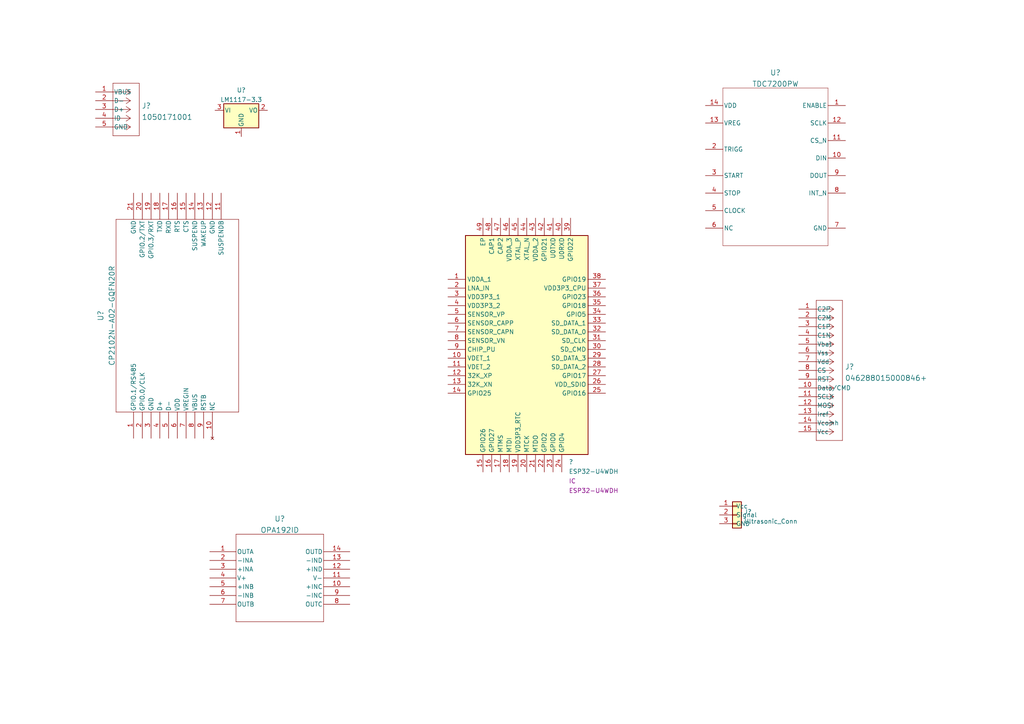
<source format=kicad_sch>
(kicad_sch (version 20211123) (generator eeschema)
  (paper "A4")
  (lib_symbols
    (symbol "15-pin_ZIF_connector:046288015000846+" (pin_names (offset 0.254))
      (property "Reference" "J?" (at 13.3985 -16.7153 0))
      (property "Value" "046288015000846+" (at 13.3985 -19.9943 0))
      (symbol "046288015000846+_1_1"
        (polyline (pts (xy 5.08 -38.1) (xy 12.7 -38.1)) (stroke (width 0.127)))
        (polyline (pts (xy 5.08 2.54) (xy 5.08 -38.1)) (stroke (width 0.127)))
        (polyline (pts (xy 10.16 -35.56) (xy 5.08 -35.56)) (stroke (width 0.127)))
        (polyline (pts (xy 10.16 -35.56) (xy 8.89 -36.4067)) (stroke (width 0.127)))
        (polyline (pts (xy 10.16 -35.56) (xy 8.89 -34.7133)) (stroke (width 0.127)))
        (polyline (pts (xy 10.16 -33.02) (xy 5.08 -33.02)) (stroke (width 0.127)))
        (polyline (pts (xy 10.16 -33.02) (xy 8.89 -33.8667)) (stroke (width 0.127)))
        (polyline (pts (xy 10.16 -33.02) (xy 8.89 -32.1733)) (stroke (width 0.127)))
        (polyline (pts (xy 10.16 -30.48) (xy 5.08 -30.48)) (stroke (width 0.127)))
        (polyline (pts (xy 10.16 -30.48) (xy 8.89 -31.3267)) (stroke (width 0.127)))
        (polyline (pts (xy 10.16 -30.48) (xy 8.89 -29.6333)) (stroke (width 0.127)))
        (polyline (pts (xy 10.16 -27.94) (xy 5.08 -27.94)) (stroke (width 0.127)))
        (polyline (pts (xy 10.16 -27.94) (xy 8.89 -28.7867)) (stroke (width 0.127)))
        (polyline (pts (xy 10.16 -27.94) (xy 8.89 -27.0933)) (stroke (width 0.127)))
        (polyline (pts (xy 10.16 -25.4) (xy 5.08 -25.4)) (stroke (width 0.127)))
        (polyline (pts (xy 10.16 -25.4) (xy 8.89 -26.2467)) (stroke (width 0.127)))
        (polyline (pts (xy 10.16 -25.4) (xy 8.89 -24.5533)) (stroke (width 0.127)))
        (polyline (pts (xy 10.16 -22.86) (xy 5.08 -22.86)) (stroke (width 0.127)))
        (polyline (pts (xy 10.16 -22.86) (xy 8.89 -23.7067)) (stroke (width 0.127)))
        (polyline (pts (xy 10.16 -22.86) (xy 8.89 -22.0133)) (stroke (width 0.127)))
        (polyline (pts (xy 10.16 -20.32) (xy 5.08 -20.32)) (stroke (width 0.127)))
        (polyline (pts (xy 10.16 -20.32) (xy 8.89 -21.1667)) (stroke (width 0.127)))
        (polyline (pts (xy 10.16 -20.32) (xy 8.89 -19.4733)) (stroke (width 0.127)))
        (polyline (pts (xy 10.16 -17.78) (xy 5.08 -17.78)) (stroke (width 0.127)))
        (polyline (pts (xy 10.16 -17.78) (xy 8.89 -18.6267)) (stroke (width 0.127)))
        (polyline (pts (xy 10.16 -17.78) (xy 8.89 -16.9333)) (stroke (width 0.127)))
        (polyline (pts (xy 10.16 -15.24) (xy 5.08 -15.24)) (stroke (width 0.127)))
        (polyline (pts (xy 10.16 -15.24) (xy 8.89 -16.0867)) (stroke (width 0.127)))
        (polyline (pts (xy 10.16 -15.24) (xy 8.89 -14.3933)) (stroke (width 0.127)))
        (polyline (pts (xy 10.16 -12.7) (xy 5.08 -12.7)) (stroke (width 0.127)))
        (polyline (pts (xy 10.16 -12.7) (xy 8.89 -13.5467)) (stroke (width 0.127)))
        (polyline (pts (xy 10.16 -12.7) (xy 8.89 -11.8533)) (stroke (width 0.127)))
        (polyline (pts (xy 10.16 -10.16) (xy 5.08 -10.16)) (stroke (width 0.127)))
        (polyline (pts (xy 10.16 -10.16) (xy 8.89 -11.0067)) (stroke (width 0.127)))
        (polyline (pts (xy 10.16 -10.16) (xy 8.89 -9.3133)) (stroke (width 0.127)))
        (polyline (pts (xy 10.16 -7.62) (xy 5.08 -7.62)) (stroke (width 0.127)))
        (polyline (pts (xy 10.16 -7.62) (xy 8.89 -8.4667)) (stroke (width 0.127)))
        (polyline (pts (xy 10.16 -7.62) (xy 8.89 -6.7733)) (stroke (width 0.127)))
        (polyline (pts (xy 10.16 -5.08) (xy 5.08 -5.08)) (stroke (width 0.127)))
        (polyline (pts (xy 10.16 -5.08) (xy 8.89 -5.9267)) (stroke (width 0.127)))
        (polyline (pts (xy 10.16 -5.08) (xy 8.89 -4.2333)) (stroke (width 0.127)))
        (polyline (pts (xy 10.16 -2.54) (xy 5.08 -2.54)) (stroke (width 0.127)))
        (polyline (pts (xy 10.16 -2.54) (xy 8.89 -3.3867)) (stroke (width 0.127)))
        (polyline (pts (xy 10.16 -2.54) (xy 8.89 -1.6933)) (stroke (width 0.127)))
        (polyline (pts (xy 10.16 0) (xy 5.08 0)) (stroke (width 0.127)))
        (polyline (pts (xy 10.16 0) (xy 8.89 -0.8467)) (stroke (width 0.127)))
        (polyline (pts (xy 10.16 0) (xy 8.89 0.8467)) (stroke (width 0.127)))
        (polyline (pts (xy 12.7 -38.1) (xy 12.7 2.54)) (stroke (width 0.127)))
        (polyline (pts (xy 12.7 2.54) (xy 5.08 2.54)) (stroke (width 0.127)))
        (pin unspecified line (at 0 0 0) (length 5.08) (name "C2P") (number "1"))
        (pin unspecified line (at 0 -22.86 0) (length 5.08) (name "Data/CMD") (number "10"))
        (pin unspecified line (at 0 -25.4 0) (length 5.08) (name "SCLK") (number "11"))
        (pin unspecified line (at 0 -27.94 0) (length 5.08) (name "MOSI") (number "12"))
        (pin unspecified line (at 0 -30.48 0) (length 5.08) (name "Iref") (number "13"))
        (pin unspecified line (at 0 -33.02 0) (length 5.08) (name "Vcomh") (number "14"))
        (pin unspecified line (at 0 -35.56 0) (length 5.08) (name "Vcc") (number "15"))
        (pin unspecified line (at 0 -2.54 0) (length 5.08) (name "C2M") (number "2"))
        (pin unspecified line (at 0 -5.08 0) (length 5.08) (name "C1P") (number "3"))
        (pin unspecified line (at 0 -7.62 0) (length 5.08) (name "C1N") (number "4"))
        (pin unspecified line (at 0 -10.16 0) (length 5.08) (name "Vbat") (number "5"))
        (pin unspecified line (at 0 -12.7 0) (length 5.08) (name "Vss") (number "6"))
        (pin unspecified line (at 0 -15.24 0) (length 5.08) (name "Vdd") (number "7"))
        (pin unspecified line (at 0 -17.78 0) (length 5.08) (name "CS") (number "8"))
        (pin unspecified line (at 0 -20.32 0) (length 5.08) (name "RST") (number "9"))
      )
      (symbol "046288015000846+_1_2"
        (polyline (pts (xy 5.08 -38.1) (xy 12.7 -38.1)) (stroke (width 0.127)))
        (polyline (pts (xy 5.08 2.54) (xy 5.08 -38.1)) (stroke (width 0.127)))
        (polyline (pts (xy 7.62 -35.56) (xy 5.08 -35.56)) (stroke (width 0.127)))
        (polyline (pts (xy 7.62 -35.56) (xy 8.89 -36.4067)) (stroke (width 0.127)))
        (polyline (pts (xy 7.62 -35.56) (xy 8.89 -34.7133)) (stroke (width 0.127)))
        (polyline (pts (xy 7.62 -33.02) (xy 5.08 -33.02)) (stroke (width 0.127)))
        (polyline (pts (xy 7.62 -33.02) (xy 8.89 -33.8667)) (stroke (width 0.127)))
        (polyline (pts (xy 7.62 -33.02) (xy 8.89 -32.1733)) (stroke (width 0.127)))
        (polyline (pts (xy 7.62 -30.48) (xy 5.08 -30.48)) (stroke (width 0.127)))
        (polyline (pts (xy 7.62 -30.48) (xy 8.89 -31.3267)) (stroke (width 0.127)))
        (polyline (pts (xy 7.62 -30.48) (xy 8.89 -29.6333)) (stroke (width 0.127)))
        (polyline (pts (xy 7.62 -27.94) (xy 5.08 -27.94)) (stroke (width 0.127)))
        (polyline (pts (xy 7.62 -27.94) (xy 8.89 -28.7867)) (stroke (width 0.127)))
        (polyline (pts (xy 7.62 -27.94) (xy 8.89 -27.0933)) (stroke (width 0.127)))
        (polyline (pts (xy 7.62 -25.4) (xy 5.08 -25.4)) (stroke (width 0.127)))
        (polyline (pts (xy 7.62 -25.4) (xy 8.89 -26.2467)) (stroke (width 0.127)))
        (polyline (pts (xy 7.62 -25.4) (xy 8.89 -24.5533)) (stroke (width 0.127)))
        (polyline (pts (xy 7.62 -22.86) (xy 5.08 -22.86)) (stroke (width 0.127)))
        (polyline (pts (xy 7.62 -22.86) (xy 8.89 -23.7067)) (stroke (width 0.127)))
        (polyline (pts (xy 7.62 -22.86) (xy 8.89 -22.0133)) (stroke (width 0.127)))
        (polyline (pts (xy 7.62 -20.32) (xy 5.08 -20.32)) (stroke (width 0.127)))
        (polyline (pts (xy 7.62 -20.32) (xy 8.89 -21.1667)) (stroke (width 0.127)))
        (polyline (pts (xy 7.62 -20.32) (xy 8.89 -19.4733)) (stroke (width 0.127)))
        (polyline (pts (xy 7.62 -17.78) (xy 5.08 -17.78)) (stroke (width 0.127)))
        (polyline (pts (xy 7.62 -17.78) (xy 8.89 -18.6267)) (stroke (width 0.127)))
        (polyline (pts (xy 7.62 -17.78) (xy 8.89 -16.9333)) (stroke (width 0.127)))
        (polyline (pts (xy 7.62 -15.24) (xy 5.08 -15.24)) (stroke (width 0.127)))
        (polyline (pts (xy 7.62 -15.24) (xy 8.89 -16.0867)) (stroke (width 0.127)))
        (polyline (pts (xy 7.62 -15.24) (xy 8.89 -14.3933)) (stroke (width 0.127)))
        (polyline (pts (xy 7.62 -12.7) (xy 5.08 -12.7)) (stroke (width 0.127)))
        (polyline (pts (xy 7.62 -12.7) (xy 8.89 -13.5467)) (stroke (width 0.127)))
        (polyline (pts (xy 7.62 -12.7) (xy 8.89 -11.8533)) (stroke (width 0.127)))
        (polyline (pts (xy 7.62 -10.16) (xy 5.08 -10.16)) (stroke (width 0.127)))
        (polyline (pts (xy 7.62 -10.16) (xy 8.89 -11.0067)) (stroke (width 0.127)))
        (polyline (pts (xy 7.62 -10.16) (xy 8.89 -9.3133)) (stroke (width 0.127)))
        (polyline (pts (xy 7.62 -7.62) (xy 5.08 -7.62)) (stroke (width 0.127)))
        (polyline (pts (xy 7.62 -7.62) (xy 8.89 -8.4667)) (stroke (width 0.127)))
        (polyline (pts (xy 7.62 -7.62) (xy 8.89 -6.7733)) (stroke (width 0.127)))
        (polyline (pts (xy 7.62 -5.08) (xy 5.08 -5.08)) (stroke (width 0.127)))
        (polyline (pts (xy 7.62 -5.08) (xy 8.89 -5.9267)) (stroke (width 0.127)))
        (polyline (pts (xy 7.62 -5.08) (xy 8.89 -4.2333)) (stroke (width 0.127)))
        (polyline (pts (xy 7.62 -2.54) (xy 5.08 -2.54)) (stroke (width 0.127)))
        (polyline (pts (xy 7.62 -2.54) (xy 8.89 -3.3867)) (stroke (width 0.127)))
        (polyline (pts (xy 7.62 -2.54) (xy 8.89 -1.6933)) (stroke (width 0.127)))
        (polyline (pts (xy 7.62 0) (xy 5.08 0)) (stroke (width 0.127)))
        (polyline (pts (xy 7.62 0) (xy 8.89 -0.8467)) (stroke (width 0.127)))
        (polyline (pts (xy 7.62 0) (xy 8.89 0.8467)) (stroke (width 0.127)))
        (polyline (pts (xy 12.7 -38.1) (xy 12.7 2.54)) (stroke (width 0.127)))
        (polyline (pts (xy 12.7 2.54) (xy 5.08 2.54)) (stroke (width 0.127)))
        (pin unspecified line (at 0 0 0) (length 5.08) (name "1") (number "1"))
        (pin unspecified line (at 0 -22.86 0) (length 5.08) (name "10") (number "10"))
        (pin unspecified line (at 0 -25.4 0) (length 5.08) (name "11") (number "11"))
        (pin unspecified line (at 0 -27.94 0) (length 5.08) (name "12") (number "12"))
        (pin unspecified line (at 0 -30.48 0) (length 5.08) (name "13") (number "13"))
        (pin unspecified line (at 0 -33.02 0) (length 5.08) (name "14") (number "14"))
        (pin unspecified line (at 0 -35.56 0) (length 5.08) (name "15") (number "15"))
        (pin unspecified line (at 0 -2.54 0) (length 5.08) (name "2") (number "2"))
        (pin unspecified line (at 0 -5.08 0) (length 5.08) (name "3") (number "3"))
        (pin unspecified line (at 0 -7.62 0) (length 5.08) (name "4") (number "4"))
        (pin unspecified line (at 0 -10.16 0) (length 5.08) (name "5") (number "5"))
        (pin unspecified line (at 0 -12.7 0) (length 5.08) (name "6") (number "6"))
        (pin unspecified line (at 0 -15.24 0) (length 5.08) (name "7") (number "7"))
        (pin unspecified line (at 0 -17.78 0) (length 5.08) (name "8") (number "8"))
        (pin unspecified line (at 0 -20.32 0) (length 5.08) (name "9") (number "9"))
      )
    )
    (symbol "CP2102-GMR:CP2102N-A02-GQFN20R" (pin_names (offset 0.254))
      (property "Reference" "U" (at 35.56 10.16 0))
      (property "Value" "CP2102N-A02-GQFN20R" (at 35.56 7.62 0))
      (symbol "CP2102N-A02-GQFN20R_0_1"
        (polyline (pts (xy 7.62 -30.48) (xy 63.5 -30.48)) (stroke (width 0.127)))
        (polyline (pts (xy 7.62 5.08) (xy 7.62 -30.48)) (stroke (width 0.127)))
        (polyline (pts (xy 63.5 -30.48) (xy 63.5 5.08)) (stroke (width 0.127)))
        (polyline (pts (xy 63.5 5.08) (xy 7.62 5.08)) (stroke (width 0.127)))
        (pin bidirectional line (at 0 0 0) (length 7.62) (name "GPIO.1/RS485") (number "1"))
        (pin no_connect line (at 0 -22.86 0) (length 7.62) (name "NC") (number "10"))
        (pin output line (at 71.12 -25.4 180) (length 7.62) (name "SUSPENDB") (number "11"))
        (pin power_out line (at 71.12 -22.86 180) (length 7.62) (name "GND") (number "12"))
        (pin input line (at 71.12 -20.32 180) (length 7.62) (name "WAKEUP") (number "13"))
        (pin output line (at 71.12 -17.78 180) (length 7.62) (name "SUSPEND") (number "14"))
        (pin input line (at 71.12 -15.24 180) (length 7.62) (name "CTS") (number "15"))
        (pin output line (at 71.12 -12.7 180) (length 7.62) (name "RTS") (number "16"))
        (pin input line (at 71.12 -10.16 180) (length 7.62) (name "RXD") (number "17"))
        (pin output line (at 71.12 -7.62 180) (length 7.62) (name "TXD") (number "18"))
        (pin bidirectional line (at 71.12 -5.08 180) (length 7.62) (name "GPIO.3/RXT") (number "19"))
        (pin bidirectional line (at 0 -2.54 0) (length 7.62) (name "GPIO.0/CLK") (number "2"))
        (pin bidirectional line (at 71.12 -2.54 180) (length 7.62) (name "GPIO.2/TXT") (number "20"))
        (pin power_out line (at 71.12 0 180) (length 7.62) (name "GND") (number "21"))
        (pin power_out line (at 0 -5.08 0) (length 7.62) (name "GND") (number "3"))
        (pin bidirectional line (at 0 -7.62 0) (length 7.62) (name "D+") (number "4"))
        (pin bidirectional line (at 0 -10.16 0) (length 7.62) (name "D-") (number "5"))
        (pin power_in line (at 0 -12.7 0) (length 7.62) (name "VDD") (number "6"))
        (pin power_in line (at 0 -15.24 0) (length 7.62) (name "VREGIN") (number "7"))
        (pin input line (at 0 -17.78 0) (length 7.62) (name "VBUS") (number "8"))
        (pin input line (at 0 -20.32 0) (length 7.62) (name "RSTB") (number "9"))
      )
    )
    (symbol "Connector_Generic:Conn_01x03" (pin_names (offset 1.016))
      (property "Reference" "J?" (at 2.032 0.9085 0))
      (property "Value" "Ultrasonic_Conn" (at 2.032 -1.8666 0))
      (symbol "Conn_01x03_1_1"
        (rectangle (start -1.27 -2.413) (end 0 -2.667) (stroke (width 0.1524)))
        (rectangle (start -1.27 0.127) (end 0 -0.127) (stroke (width 0.1524)))
        (rectangle (start -1.27 2.667) (end 0 2.413) (stroke (width 0.1524)))
        (rectangle (start -1.27 3.81) (end 1.27 -3.81) (stroke (width 0.254)) (fill (type background)))
        (pin passive line (at -5.08 2.54 0) (length 3.81) (name "Vcc") (number "1"))
        (pin passive line (at -5.08 0 0) (length 3.81) (name "Signal") (number "2"))
        (pin passive line (at -5.08 -2.54 0) (length 3.81) (name "GND") (number "3"))
      )
    )
    (symbol "ESP32-U4WDH:ESP32-U4WDH"
      (property "Value" "ESP32-U4WDH" (at 0 0 0))
      (property "Reference_1" "IC" (at 41.91 17.78 0))
      (property "Value_1" "ESP32-U4WDH" (at 41.91 15.24 0))
      (symbol "ESP32-U4WDH_1_1"
        (rectangle (start 5.08 12.7) (end 40.64 -50.8) (stroke (width 0.254)) (fill (type background)))
        (pin passive line (at 0 0 0) (length 5.08) (name "VDDA_1") (number "1"))
        (pin passive line (at 0 -22.86 0) (length 5.08) (name "VDET_1") (number "10"))
        (pin passive line (at 0 -25.4 0) (length 5.08) (name "VDET_2") (number "11"))
        (pin passive line (at 0 -27.94 0) (length 5.08) (name "32K_XP") (number "12"))
        (pin passive line (at 0 -30.48 0) (length 5.08) (name "32K_XN") (number "13"))
        (pin passive line (at 0 -33.02 0) (length 5.08) (name "GPIO25") (number "14"))
        (pin passive line (at 10.16 -55.88 90) (length 5.08) (name "GPIO26") (number "15"))
        (pin passive line (at 12.7 -55.88 90) (length 5.08) (name "GPIO27") (number "16"))
        (pin passive line (at 15.24 -55.88 90) (length 5.08) (name "MTMS") (number "17"))
        (pin passive line (at 17.78 -55.88 90) (length 5.08) (name "MTDI") (number "18"))
        (pin passive line (at 20.32 -55.88 90) (length 5.08) (name "VDD3P3_RTC") (number "19"))
        (pin passive line (at 0 -2.54 0) (length 5.08) (name "LNA_IN") (number "2"))
        (pin passive line (at 22.86 -55.88 90) (length 5.08) (name "MTCK") (number "20"))
        (pin passive line (at 25.4 -55.88 90) (length 5.08) (name "MTDO") (number "21"))
        (pin passive line (at 27.94 -55.88 90) (length 5.08) (name "GPIO2") (number "22"))
        (pin passive line (at 30.48 -55.88 90) (length 5.08) (name "GPIO0") (number "23"))
        (pin passive line (at 33.02 -55.88 90) (length 5.08) (name "GPIO4") (number "24"))
        (pin passive line (at 45.72 -33.02 180) (length 5.08) (name "GPIO16") (number "25"))
        (pin passive line (at 45.72 -30.48 180) (length 5.08) (name "VDD_SDIO") (number "26"))
        (pin passive line (at 45.72 -27.94 180) (length 5.08) (name "GPIO17") (number "27"))
        (pin passive line (at 45.72 -25.4 180) (length 5.08) (name "SD_DATA_2") (number "28"))
        (pin passive line (at 45.72 -22.86 180) (length 5.08) (name "SD_DATA_3") (number "29"))
        (pin passive line (at 0 -5.08 0) (length 5.08) (name "VDD3P3_1") (number "3"))
        (pin passive line (at 45.72 -20.32 180) (length 5.08) (name "SD_CMD") (number "30"))
        (pin passive line (at 45.72 -17.78 180) (length 5.08) (name "SD_CLK") (number "31"))
        (pin passive line (at 45.72 -15.24 180) (length 5.08) (name "SD_DATA_0") (number "32"))
        (pin passive line (at 45.72 -12.7 180) (length 5.08) (name "SD_DATA_1") (number "33"))
        (pin passive line (at 45.72 -10.16 180) (length 5.08) (name "GPIO5") (number "34"))
        (pin passive line (at 45.72 -7.62 180) (length 5.08) (name "GPIO18") (number "35"))
        (pin passive line (at 45.72 -5.08 180) (length 5.08) (name "GPIO23") (number "36"))
        (pin passive line (at 45.72 -2.54 180) (length 5.08) (name "VDD3P3_CPU") (number "37"))
        (pin passive line (at 45.72 0 180) (length 5.08) (name "GPIO19") (number "38"))
        (pin passive line (at 35.56 17.78 270) (length 5.08) (name "GPIO22") (number "39"))
        (pin passive line (at 0 -7.62 0) (length 5.08) (name "VDD3P3_2") (number "4"))
        (pin passive line (at 33.02 17.78 270) (length 5.08) (name "U0RXD") (number "40"))
        (pin passive line (at 30.48 17.78 270) (length 5.08) (name "U0TXD") (number "41"))
        (pin passive line (at 27.94 17.78 270) (length 5.08) (name "GPIO21") (number "42"))
        (pin passive line (at 25.4 17.78 270) (length 5.08) (name "VDDA_2") (number "43"))
        (pin passive line (at 22.86 17.78 270) (length 5.08) (name "XTAL_N") (number "44"))
        (pin passive line (at 20.32 17.78 270) (length 5.08) (name "XTAL_P") (number "45"))
        (pin passive line (at 17.78 17.78 270) (length 5.08) (name "VDDA_3") (number "46"))
        (pin passive line (at 15.24 17.78 270) (length 5.08) (name "CAP2") (number "47"))
        (pin passive line (at 12.7 17.78 270) (length 5.08) (name "CAP1") (number "48"))
        (pin passive line (at 10.16 17.78 270) (length 5.08) (name "EP") (number "49"))
        (pin passive line (at 0 -10.16 0) (length 5.08) (name "SENSOR_VP") (number "5"))
        (pin passive line (at 0 -12.7 0) (length 5.08) (name "SENSOR_CAPP") (number "6"))
        (pin passive line (at 0 -15.24 0) (length 5.08) (name "SENSOR_CAPN") (number "7"))
        (pin passive line (at 0 -17.78 0) (length 5.08) (name "SENSOR_VN") (number "8"))
        (pin passive line (at 0 -20.32 0) (length 5.08) (name "CHIP_PU") (number "9"))
      )
    )
    (symbol "Regulator_Linear:LM1117-3.3" (pin_names (offset 0.254))
      (property "Reference" "U" (at -3.81 3.175 0))
      (property "Value" "LM1117-3.3" (at 0 3.175 0))
      (symbol "LM1117-3.3_0_1"
        (rectangle (start -5.08 -5.08) (end 5.08 1.905) (stroke (width 0.254)) (fill (type background)))
      )
      (symbol "LM1117-3.3_1_1"
        (pin power_in line (at 0 -7.62 90) (length 2.54) (name "GND") (number "1"))
        (pin power_out line (at 7.62 0 180) (length 2.54) (name "VO") (number "2"))
        (pin power_in line (at -7.62 0 0) (length 2.54) (name "VI") (number "3"))
      )
    )
    (symbol "micro-usb_connector:1050171001" (pin_names (offset 0.254))
      (property "Reference" "J?" (at 3.2385 1.0647 0))
      (property "Value" "1050171001" (at 3.2385 -2.2143 0))
      (symbol "1050171001_1_1"
        (polyline (pts (xy -5.08 -7.62) (xy 2.54 -7.62)) (stroke (width 0.127)))
        (polyline (pts (xy -5.08 7.62) (xy -5.08 -7.62)) (stroke (width 0.127)))
        (polyline (pts (xy 0 -5.08) (xy -5.08 -5.08)) (stroke (width 0.127)))
        (polyline (pts (xy 0 -5.08) (xy -1.27 -5.9267)) (stroke (width 0.127)))
        (polyline (pts (xy 0 -5.08) (xy -1.27 -4.2333)) (stroke (width 0.127)))
        (polyline (pts (xy 0 -2.54) (xy -5.08 -2.54)) (stroke (width 0.127)))
        (polyline (pts (xy 0 -2.54) (xy -1.27 -3.3867)) (stroke (width 0.127)))
        (polyline (pts (xy 0 -2.54) (xy -1.27 -1.6933)) (stroke (width 0.127)))
        (polyline (pts (xy 0 0) (xy -5.08 0)) (stroke (width 0.127)))
        (polyline (pts (xy 0 0) (xy -1.27 -0.8467)) (stroke (width 0.127)))
        (polyline (pts (xy 0 0) (xy -1.27 0.8467)) (stroke (width 0.127)))
        (polyline (pts (xy 0 2.54) (xy -5.08 2.54)) (stroke (width 0.127)))
        (polyline (pts (xy 0 2.54) (xy -1.27 1.6933)) (stroke (width 0.127)))
        (polyline (pts (xy 0 2.54) (xy -1.27 3.3867)) (stroke (width 0.127)))
        (polyline (pts (xy 0 5.08) (xy -5.08 5.08)) (stroke (width 0.127)))
        (polyline (pts (xy 0 5.08) (xy -1.27 4.2333)) (stroke (width 0.127)))
        (polyline (pts (xy 0 5.08) (xy -1.27 5.9267)) (stroke (width 0.127)))
        (polyline (pts (xy 2.54 -7.62) (xy 2.54 7.62)) (stroke (width 0.127)))
        (polyline (pts (xy 2.54 7.62) (xy -5.08 7.62)) (stroke (width 0.127)))
        (pin unspecified line (at -10.16 5.08 0) (length 5.08) (name "VBUS") (number "1"))
        (pin unspecified line (at -10.16 2.54 0) (length 5.08) (name "D-") (number "2"))
        (pin unspecified line (at -10.16 0 0) (length 5.08) (name "D+") (number "3"))
        (pin unspecified line (at -10.16 -2.54 0) (length 5.08) (name "ID") (number "4"))
        (pin unspecified line (at -10.16 -5.08 0) (length 5.08) (name "GND") (number "5"))
      )
      (symbol "1050171001_1_2"
        (polyline (pts (xy -5.08 -7.62) (xy 2.54 -7.62)) (stroke (width 0.127)))
        (polyline (pts (xy -5.08 7.62) (xy -5.08 -7.62)) (stroke (width 0.127)))
        (polyline (pts (xy -2.54 -5.08) (xy -5.08 -5.08)) (stroke (width 0.127)))
        (polyline (pts (xy -2.54 -5.08) (xy -1.27 -5.9267)) (stroke (width 0.127)))
        (polyline (pts (xy -2.54 -5.08) (xy -1.27 -4.2333)) (stroke (width 0.127)))
        (polyline (pts (xy -2.54 -2.54) (xy -5.08 -2.54)) (stroke (width 0.127)))
        (polyline (pts (xy -2.54 -2.54) (xy -1.27 -3.3867)) (stroke (width 0.127)))
        (polyline (pts (xy -2.54 -2.54) (xy -1.27 -1.6933)) (stroke (width 0.127)))
        (polyline (pts (xy -2.54 0) (xy -5.08 0)) (stroke (width 0.127)))
        (polyline (pts (xy -2.54 0) (xy -1.27 -0.8467)) (stroke (width 0.127)))
        (polyline (pts (xy -2.54 0) (xy -1.27 0.8467)) (stroke (width 0.127)))
        (polyline (pts (xy -2.54 2.54) (xy -5.08 2.54)) (stroke (width 0.127)))
        (polyline (pts (xy -2.54 2.54) (xy -1.27 1.6933)) (stroke (width 0.127)))
        (polyline (pts (xy -2.54 2.54) (xy -1.27 3.3867)) (stroke (width 0.127)))
        (polyline (pts (xy -2.54 5.08) (xy -5.08 5.08)) (stroke (width 0.127)))
        (polyline (pts (xy -2.54 5.08) (xy -1.27 4.2333)) (stroke (width 0.127)))
        (polyline (pts (xy -2.54 5.08) (xy -1.27 5.9267)) (stroke (width 0.127)))
        (polyline (pts (xy 2.54 -7.62) (xy 2.54 7.62)) (stroke (width 0.127)))
        (polyline (pts (xy 2.54 7.62) (xy -5.08 7.62)) (stroke (width 0.127)))
        (pin unspecified line (at -10.16 5.08 0) (length 5.08) (name "1") (number "1"))
        (pin unspecified line (at -10.16 2.54 0) (length 5.08) (name "2") (number "2"))
        (pin unspecified line (at -10.16 0 0) (length 5.08) (name "3") (number "3"))
        (pin unspecified line (at -10.16 -2.54 0) (length 5.08) (name "4") (number "4"))
        (pin unspecified line (at -10.16 -5.08 0) (length 5.08) (name "5") (number "5"))
      )
    )
    (symbol "op-amp OPA192ID:OPA192ID" (pin_names (offset 0.254))
      (property "Reference" "U" (at 20.32 10.16 0))
      (property "Value" "OPA192ID" (at 20.32 7.62 0))
      (symbol "OPA192ID_0_1"
        (polyline (pts (xy 7.62 -20.32) (xy 33.02 -20.32)) (stroke (width 0.127)))
        (polyline (pts (xy 7.62 5.08) (xy 7.62 -20.32)) (stroke (width 0.127)))
        (polyline (pts (xy 33.02 -20.32) (xy 33.02 5.08)) (stroke (width 0.127)))
        (polyline (pts (xy 33.02 5.08) (xy 7.62 5.08)) (stroke (width 0.127)))
        (pin output line (at 0 0 0) (length 7.62) (name "OUTA") (number "1"))
        (pin input line (at 40.64 -10.16 180) (length 7.62) (name "+INC") (number "10"))
        (pin power_in line (at 40.64 -7.62 180) (length 7.62) (name "V-") (number "11"))
        (pin input line (at 40.64 -5.08 180) (length 7.62) (name "+IND") (number "12"))
        (pin input line (at 40.64 -2.54 180) (length 7.62) (name "-IND") (number "13"))
        (pin output line (at 40.64 0 180) (length 7.62) (name "OUTD") (number "14"))
        (pin input line (at 0 -2.54 0) (length 7.62) (name "-INA") (number "2"))
        (pin input line (at 0 -5.08 0) (length 7.62) (name "+INA") (number "3"))
        (pin power_in line (at 0 -7.62 0) (length 7.62) (name "V+") (number "4"))
        (pin input line (at 0 -10.16 0) (length 7.62) (name "+INB") (number "5"))
        (pin input line (at 0 -12.7 0) (length 7.62) (name "-INB") (number "6"))
        (pin output line (at 0 -15.24 0) (length 7.62) (name "OUTB") (number "7"))
        (pin output line (at 40.64 -15.24 180) (length 7.62) (name "OUTC") (number "8"))
        (pin input line (at 40.64 -12.7 180) (length 7.62) (name "-INC") (number "9"))
      )
    )
    (symbol "time-to-DC:TDC7200PW" (pin_names (offset 0.254))
      (property "Reference" "U" (at 0 2.54 0))
      (property "Value" "TDC7200PW" (at 0 0 0))
      (symbol "TDC7200PW_0_1"
        (polyline (pts (xy -15.24 -22.86) (xy 15.24 -22.86)) (stroke (width 0.1016)))
        (polyline (pts (xy -15.24 22.86) (xy -15.24 -22.86)) (stroke (width 0.1016)))
        (polyline (pts (xy 15.24 -22.86) (xy 15.24 22.86)) (stroke (width 0.1016)))
        (polyline (pts (xy 15.24 22.86) (xy -15.24 22.86)) (stroke (width 0.1016)))
        (pin input line (at 20.32 17.78 180) (length 5.08) (name "ENABLE") (number "1"))
        (pin input line (at 20.32 2.54 180) (length 5.08) (name "DIN") (number "10"))
        (pin input line (at 20.32 7.62 180) (length 5.08) (name "CS_N") (number "11"))
        (pin input line (at 20.32 12.7 180) (length 5.08) (name "SCLK") (number "12"))
        (pin power_in line (at -20.32 12.7 0) (length 5.08) (name "VREG") (number "13"))
        (pin power_in line (at -20.32 17.78 0) (length 5.08) (name "VDD") (number "14"))
        (pin output line (at -20.32 5.08 0) (length 5.08) (name "TRIGG") (number "2"))
        (pin input line (at -20.32 -2.54 0) (length 5.08) (name "START") (number "3"))
        (pin input line (at -20.32 -7.62 0) (length 5.08) (name "STOP") (number "4"))
        (pin input line (at -20.32 -12.7 0) (length 5.08) (name "CLOCK") (number "5"))
        (pin unspecified line (at -20.32 -17.78 0) (length 5.08) (name "NC") (number "6"))
        (pin power_in line (at 20.32 -17.78 180) (length 5.08) (name "GND") (number "7"))
        (pin output line (at 20.32 -7.62 180) (length 5.08) (name "INT_N") (number "8"))
        (pin output line (at 20.32 -2.54 180) (length 5.08) (name "DOUT") (number "9"))
      )
    )
  )
  (symbol (lib_id "Connector_Generic:Conn_01x03") (at 213.741 149.352 0) (unit 1)
    (property "Reference" "J?" (at 215.773 148.4435 0) (effects (justify left)))
    (property "Value" "Ultrasonic_Conn" (at 215.773 151.2186 0) (effects (justify left)))
  )
  (symbol (lib_id "15-pin_ZIF_connector:046288015000846+") (at 231.648 89.662 0) (unit 1)
    (property "Reference" "J?" (at 245.0465 106.3773 0) (effects (font (size 1.524 1.524)) (justify left)))
    (property "Value" "046288015000846+" (at 245.0465 109.6563 0) (effects (font (size 1.524 1.524)) (justify left)))
    (property "Footprint" "CONN15_6288_7X5P7_AVX" (effects hide))
    (property "Datasheet" "046288015000846+" (effects hide))
  )
  (symbol (lib_id "CP2102-GMR:CP2102N-A02-GQFN20R") (at 38.735 127.127 90) (unit 1)
    (property "Reference" "U?" (at 29.1876 91.567 0) (effects (font (size 1.524 1.524))))
    (property "Value" "CP2102N-A02-GQFN20R" (at 32.4666 91.567 0) (effects (font (size 1.524 1.524))))
    (property "Footprint" "QFN20_SIL" (effects hide))
    (property "Datasheet" "CP2102N-A02-GQFN20R" (effects hide))
  )
  (symbol (lib_id "ESP32-U4WDH:ESP32-U4WDH") (at 129.921 81.026 0) (unit 1)
    (property "Reference" "?" (at 164.9604 133.9755 0) (effects (justify left)))
    (property "Value" "ESP32-U4WDH" (at 164.9604 136.7506 0) (effects (justify left)))
    (property "Reference_1" "IC" (at 164.9604 139.5257 0) (effects (justify left)))
    (property "Value_1" "ESP32-U4WDH" (at 164.9604 142.3008 0) (effects (justify left)))
    (property "Footprint_1" "QFN35P500X500X90-49N-D" (effects hide))
    (property "Datasheet_1" "https://espressif.com/sites/default/files/documentation/esp32_datasheet_en.pdf" (effects hide))
    (property "Height" "0.9" (effects hide))
    (property "Mouser Part Number" "356-ESP32-U4WDH" (effects hide))
    (property "Mouser Price/Stock" "https://www.mouser.co.uk/ProductDetail/Espressif-Systems/ESP32-U4WDH?qs=GBLSl2AkirunIR6VFFVeEA%3D%3D" (effects hide))
    (property "Manufacturer_Name" "Espressif Systems" (effects hide))
    (property "Manufacturer_Part_Number" "ESP32-U4WDH" (effects hide))
  )
  (symbol (lib_id "time-to-DC:TDC7200PW") (at 224.917 48.387 0) (unit 1)
    (property "Reference" "U?" (at 224.917 21.0723 0) (effects (font (size 1.524 1.524))))
    (property "Value" "TDC7200PW" (at 224.917 24.3513 0) (effects (font (size 1.524 1.524))))
    (property "Footprint" "PW0014A_N" (effects hide))
    (property "Datasheet" "TDC7200PW" (effects hide))
  )
  (symbol (lib_id "Regulator_Linear:LM1117-3.3") (at 69.977 32.004 0) (unit 1)
    (property "Reference" "U?" (at 69.977 26.1325 0))
    (property "Value" "LM1117-3.3" (at 69.977 28.9076 0))
    (property "Datasheet" "http://www.ti.com/lit/ds/symlink/lm1117.pdf" (effects hide))
  )
  (symbol (lib_id "micro-usb_connector:1050171001") (at 37.846 31.75 0) (unit 1)
    (property "Reference" "J?" (at 41.0845 30.6853 0) (effects (font (size 1.524 1.524)) (justify left)))
    (property "Value" "1050171001" (at 41.0845 33.9643 0) (effects (font (size 1.524 1.524)) (justify left)))
    (property "Footprint" "CON00679_5_MOL" (effects hide))
    (property "Datasheet" "1050171001" (effects hide))
  )
  (symbol (lib_id "op-amp OPA192ID:OPA192ID") (at 60.833 160.02 0) (unit 1)
    (property "Reference" "U?" (at 81.153 150.4726 0) (effects (font (size 1.524 1.524))))
    (property "Value" "OPA192ID" (at 81.153 153.7516 0) (effects (font (size 1.524 1.524))))
    (property "Footprint" "D14_TEX" (effects hide))
    (property "Datasheet" "OPA192ID" (effects hide))
  )
)
</source>
